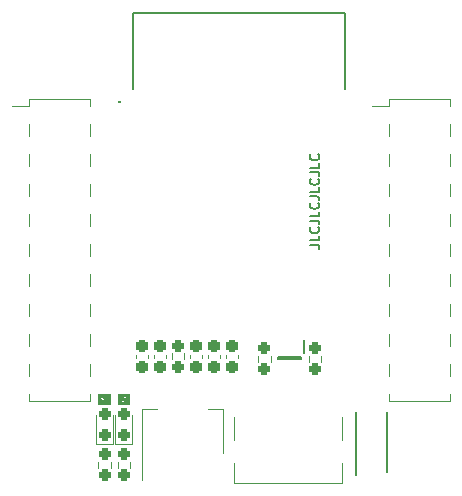
<source format=gbr>
%TF.GenerationSoftware,KiCad,Pcbnew,7.0.1*%
%TF.CreationDate,2023-09-07T21:54:10+09:00*%
%TF.ProjectId,CPU_ESP32S3WROOM,4350555f-4553-4503-9332-533357524f4f,rev?*%
%TF.SameCoordinates,Original*%
%TF.FileFunction,Legend,Top*%
%TF.FilePolarity,Positive*%
%FSLAX46Y46*%
G04 Gerber Fmt 4.6, Leading zero omitted, Abs format (unit mm)*
G04 Created by KiCad (PCBNEW 7.0.1) date 2023-09-07 21:54:10*
%MOMM*%
%LPD*%
G01*
G04 APERTURE LIST*
G04 Aperture macros list*
%AMRoundRect*
0 Rectangle with rounded corners*
0 $1 Rounding radius*
0 $2 $3 $4 $5 $6 $7 $8 $9 X,Y pos of 4 corners*
0 Add a 4 corners polygon primitive as box body*
4,1,4,$2,$3,$4,$5,$6,$7,$8,$9,$2,$3,0*
0 Add four circle primitives for the rounded corners*
1,1,$1+$1,$2,$3*
1,1,$1+$1,$4,$5*
1,1,$1+$1,$6,$7*
1,1,$1+$1,$8,$9*
0 Add four rect primitives between the rounded corners*
20,1,$1+$1,$2,$3,$4,$5,0*
20,1,$1+$1,$4,$5,$6,$7,0*
20,1,$1+$1,$6,$7,$8,$9,0*
20,1,$1+$1,$8,$9,$2,$3,0*%
G04 Aperture macros list end*
%ADD10C,0.150000*%
%ADD11C,0.075000*%
%ADD12C,0.120000*%
%ADD13C,0.200000*%
%ADD14RoundRect,0.237500X0.237500X-0.300000X0.237500X0.300000X-0.237500X0.300000X-0.237500X-0.300000X0*%
%ADD15RoundRect,0.237500X0.237500X-0.250000X0.237500X0.250000X-0.237500X0.250000X-0.237500X-0.250000X0*%
%ADD16C,0.650000*%
%ADD17R,0.300000X1.150000*%
%ADD18O,1.000000X2.100000*%
%ADD19O,1.000000X1.600000*%
%ADD20R,3.150000X1.000000*%
%ADD21R,0.400000X1.050000*%
%ADD22R,1.500000X2.000000*%
%ADD23R,3.800000X2.000000*%
%ADD24R,1.450000X2.200000*%
%ADD25C,0.800000*%
%ADD26C,6.400000*%
%ADD27RoundRect,0.237500X0.237500X-0.287500X0.237500X0.287500X-0.237500X0.287500X-0.237500X-0.287500X0*%
%ADD28RoundRect,0.237500X-0.237500X0.250000X-0.237500X-0.250000X0.237500X-0.250000X0.237500X0.250000X0*%
%ADD29R,1.500000X0.900000*%
%ADD30R,0.900000X1.500000*%
%ADD31R,0.900000X0.900000*%
G04 APERTURE END LIST*
D10*
X150598495Y-97421238D02*
X151169923Y-97421238D01*
X151169923Y-97421238D02*
X151284209Y-97459333D01*
X151284209Y-97459333D02*
X151360400Y-97535524D01*
X151360400Y-97535524D02*
X151398495Y-97649809D01*
X151398495Y-97649809D02*
X151398495Y-97726000D01*
X151398495Y-96659333D02*
X151398495Y-97040285D01*
X151398495Y-97040285D02*
X150598495Y-97040285D01*
X151322304Y-95935523D02*
X151360400Y-95973619D01*
X151360400Y-95973619D02*
X151398495Y-96087904D01*
X151398495Y-96087904D02*
X151398495Y-96164095D01*
X151398495Y-96164095D02*
X151360400Y-96278381D01*
X151360400Y-96278381D02*
X151284209Y-96354571D01*
X151284209Y-96354571D02*
X151208019Y-96392666D01*
X151208019Y-96392666D02*
X151055638Y-96430762D01*
X151055638Y-96430762D02*
X150941352Y-96430762D01*
X150941352Y-96430762D02*
X150788971Y-96392666D01*
X150788971Y-96392666D02*
X150712780Y-96354571D01*
X150712780Y-96354571D02*
X150636590Y-96278381D01*
X150636590Y-96278381D02*
X150598495Y-96164095D01*
X150598495Y-96164095D02*
X150598495Y-96087904D01*
X150598495Y-96087904D02*
X150636590Y-95973619D01*
X150636590Y-95973619D02*
X150674685Y-95935523D01*
X150598495Y-95364095D02*
X151169923Y-95364095D01*
X151169923Y-95364095D02*
X151284209Y-95402190D01*
X151284209Y-95402190D02*
X151360400Y-95478381D01*
X151360400Y-95478381D02*
X151398495Y-95592666D01*
X151398495Y-95592666D02*
X151398495Y-95668857D01*
X151398495Y-94602190D02*
X151398495Y-94983142D01*
X151398495Y-94983142D02*
X150598495Y-94983142D01*
X151322304Y-93878380D02*
X151360400Y-93916476D01*
X151360400Y-93916476D02*
X151398495Y-94030761D01*
X151398495Y-94030761D02*
X151398495Y-94106952D01*
X151398495Y-94106952D02*
X151360400Y-94221238D01*
X151360400Y-94221238D02*
X151284209Y-94297428D01*
X151284209Y-94297428D02*
X151208019Y-94335523D01*
X151208019Y-94335523D02*
X151055638Y-94373619D01*
X151055638Y-94373619D02*
X150941352Y-94373619D01*
X150941352Y-94373619D02*
X150788971Y-94335523D01*
X150788971Y-94335523D02*
X150712780Y-94297428D01*
X150712780Y-94297428D02*
X150636590Y-94221238D01*
X150636590Y-94221238D02*
X150598495Y-94106952D01*
X150598495Y-94106952D02*
X150598495Y-94030761D01*
X150598495Y-94030761D02*
X150636590Y-93916476D01*
X150636590Y-93916476D02*
X150674685Y-93878380D01*
X150598495Y-93306952D02*
X151169923Y-93306952D01*
X151169923Y-93306952D02*
X151284209Y-93345047D01*
X151284209Y-93345047D02*
X151360400Y-93421238D01*
X151360400Y-93421238D02*
X151398495Y-93535523D01*
X151398495Y-93535523D02*
X151398495Y-93611714D01*
X151398495Y-92545047D02*
X151398495Y-92925999D01*
X151398495Y-92925999D02*
X150598495Y-92925999D01*
X151322304Y-91821237D02*
X151360400Y-91859333D01*
X151360400Y-91859333D02*
X151398495Y-91973618D01*
X151398495Y-91973618D02*
X151398495Y-92049809D01*
X151398495Y-92049809D02*
X151360400Y-92164095D01*
X151360400Y-92164095D02*
X151284209Y-92240285D01*
X151284209Y-92240285D02*
X151208019Y-92278380D01*
X151208019Y-92278380D02*
X151055638Y-92316476D01*
X151055638Y-92316476D02*
X150941352Y-92316476D01*
X150941352Y-92316476D02*
X150788971Y-92278380D01*
X150788971Y-92278380D02*
X150712780Y-92240285D01*
X150712780Y-92240285D02*
X150636590Y-92164095D01*
X150636590Y-92164095D02*
X150598495Y-92049809D01*
X150598495Y-92049809D02*
X150598495Y-91973618D01*
X150598495Y-91973618D02*
X150636590Y-91859333D01*
X150636590Y-91859333D02*
X150674685Y-91821237D01*
X150598495Y-91249809D02*
X151169923Y-91249809D01*
X151169923Y-91249809D02*
X151284209Y-91287904D01*
X151284209Y-91287904D02*
X151360400Y-91364095D01*
X151360400Y-91364095D02*
X151398495Y-91478380D01*
X151398495Y-91478380D02*
X151398495Y-91554571D01*
X151398495Y-90487904D02*
X151398495Y-90868856D01*
X151398495Y-90868856D02*
X150598495Y-90868856D01*
X151322304Y-89764094D02*
X151360400Y-89802190D01*
X151360400Y-89802190D02*
X151398495Y-89916475D01*
X151398495Y-89916475D02*
X151398495Y-89992666D01*
X151398495Y-89992666D02*
X151360400Y-90106952D01*
X151360400Y-90106952D02*
X151284209Y-90183142D01*
X151284209Y-90183142D02*
X151208019Y-90221237D01*
X151208019Y-90221237D02*
X151055638Y-90259333D01*
X151055638Y-90259333D02*
X150941352Y-90259333D01*
X150941352Y-90259333D02*
X150788971Y-90221237D01*
X150788971Y-90221237D02*
X150712780Y-90183142D01*
X150712780Y-90183142D02*
X150636590Y-90106952D01*
X150636590Y-90106952D02*
X150598495Y-89992666D01*
X150598495Y-89992666D02*
X150598495Y-89916475D01*
X150598495Y-89916475D02*
X150636590Y-89802190D01*
X150636590Y-89802190D02*
X150674685Y-89764094D01*
D11*
G36*
X133757679Y-110965774D02*
G01*
X132702321Y-110965774D01*
X132702321Y-110356953D01*
X132922226Y-110356953D01*
X132923809Y-110362442D01*
X132923809Y-110672057D01*
X132928430Y-110687796D01*
X132945073Y-110702217D01*
X132966871Y-110705351D01*
X132986903Y-110696203D01*
X132998809Y-110677677D01*
X132998809Y-110439784D01*
X133118878Y-110544845D01*
X133118906Y-110544939D01*
X133127103Y-110552042D01*
X133131148Y-110555581D01*
X133131233Y-110555620D01*
X133135549Y-110559360D01*
X133141018Y-110560146D01*
X133146036Y-110562467D01*
X133151694Y-110561681D01*
X133157347Y-110562494D01*
X133162374Y-110560198D01*
X133167848Y-110559438D01*
X133172182Y-110555719D01*
X133177379Y-110553346D01*
X133180367Y-110548696D01*
X133184561Y-110545098D01*
X133186196Y-110539625D01*
X133189285Y-110534820D01*
X133189285Y-110529294D01*
X133190868Y-110523998D01*
X133189285Y-110518509D01*
X133189285Y-110461233D01*
X133206414Y-110426974D01*
X133221618Y-110411771D01*
X133255876Y-110394642D01*
X133357218Y-110394642D01*
X133391477Y-110411772D01*
X133406680Y-110426975D01*
X133423809Y-110461232D01*
X133423809Y-110586385D01*
X133406680Y-110620642D01*
X133383361Y-110643962D01*
X133375500Y-110658358D01*
X133377071Y-110680324D01*
X133390269Y-110697953D01*
X133410902Y-110705650D01*
X133432421Y-110700968D01*
X133460691Y-110672697D01*
X133466117Y-110669475D01*
X133470742Y-110660224D01*
X133475690Y-110651164D01*
X133475637Y-110650433D01*
X133493948Y-110613810D01*
X133498809Y-110606248D01*
X133498809Y-110598583D01*
X133500166Y-110591042D01*
X133498809Y-110587770D01*
X133498809Y-110454396D01*
X133499774Y-110445458D01*
X133496347Y-110438604D01*
X133494188Y-110431250D01*
X133491509Y-110428929D01*
X133473143Y-110392196D01*
X133471802Y-110386030D01*
X133464496Y-110378725D01*
X133457459Y-110371158D01*
X133456747Y-110370976D01*
X133443529Y-110357758D01*
X133440309Y-110352336D01*
X133431075Y-110347719D01*
X133421997Y-110342762D01*
X133421266Y-110342814D01*
X133384646Y-110324503D01*
X133377082Y-110319642D01*
X133369420Y-110319642D01*
X133361876Y-110318284D01*
X133358602Y-110319642D01*
X133249039Y-110319642D01*
X133240101Y-110318677D01*
X133233247Y-110322103D01*
X133225893Y-110324263D01*
X133223572Y-110326941D01*
X133186836Y-110345309D01*
X133180673Y-110346650D01*
X133173368Y-110353954D01*
X133165801Y-110360994D01*
X133165619Y-110361703D01*
X133152402Y-110374920D01*
X133146979Y-110378142D01*
X133142364Y-110387370D01*
X133137405Y-110396453D01*
X133137457Y-110397184D01*
X133119146Y-110433804D01*
X133114368Y-110441239D01*
X132994215Y-110336105D01*
X132994188Y-110336012D01*
X132985990Y-110328908D01*
X132981946Y-110325370D01*
X132981860Y-110325330D01*
X132977545Y-110321591D01*
X132972075Y-110320804D01*
X132967058Y-110318484D01*
X132961399Y-110319269D01*
X132955747Y-110318457D01*
X132950719Y-110320752D01*
X132945246Y-110321513D01*
X132940912Y-110325231D01*
X132935715Y-110327605D01*
X132932725Y-110332256D01*
X132928533Y-110335854D01*
X132926897Y-110341325D01*
X132923809Y-110346131D01*
X132923809Y-110351657D01*
X132922226Y-110356953D01*
X132702321Y-110356953D01*
X132702321Y-110034226D01*
X133757679Y-110034226D01*
X133757679Y-110965774D01*
G37*
G36*
X135377679Y-110965774D02*
G01*
X134322321Y-110965774D01*
X134322321Y-110620732D01*
X134542263Y-110620732D01*
X134545552Y-110630377D01*
X134548430Y-110640177D01*
X134549090Y-110640749D01*
X134549372Y-110641575D01*
X134557360Y-110647915D01*
X134565073Y-110654598D01*
X134565937Y-110654722D01*
X134566621Y-110655265D01*
X134576773Y-110656280D01*
X134586871Y-110657732D01*
X134587665Y-110657369D01*
X134808105Y-110679412D01*
X134811096Y-110681046D01*
X134818873Y-110680489D01*
X134821036Y-110680706D01*
X134824218Y-110680107D01*
X134833062Y-110679475D01*
X134834900Y-110678098D01*
X134837157Y-110677674D01*
X134843599Y-110671585D01*
X134850691Y-110666277D01*
X134851492Y-110664127D01*
X134853163Y-110662549D01*
X134855291Y-110653944D01*
X134858387Y-110645644D01*
X134857898Y-110643399D01*
X134858450Y-110641171D01*
X134855589Y-110632785D01*
X134853706Y-110624125D01*
X134852082Y-110622501D01*
X134851341Y-110620328D01*
X134844402Y-110614821D01*
X134826414Y-110596833D01*
X134809285Y-110562575D01*
X134809285Y-110461233D01*
X134826414Y-110426974D01*
X134841618Y-110411771D01*
X134875876Y-110394642D01*
X134977218Y-110394642D01*
X135011477Y-110411772D01*
X135026680Y-110426975D01*
X135043809Y-110461232D01*
X135043809Y-110562576D01*
X135026681Y-110596832D01*
X135003362Y-110620151D01*
X134995500Y-110634547D01*
X134997071Y-110656513D01*
X135010268Y-110674143D01*
X135030901Y-110681839D01*
X135052420Y-110677159D01*
X135080690Y-110648888D01*
X135086117Y-110645666D01*
X135090742Y-110636415D01*
X135095690Y-110627355D01*
X135095637Y-110626624D01*
X135113948Y-110590001D01*
X135118809Y-110582439D01*
X135118809Y-110574774D01*
X135120166Y-110567233D01*
X135118809Y-110563961D01*
X135118809Y-110454396D01*
X135119774Y-110445458D01*
X135116347Y-110438604D01*
X135114188Y-110431250D01*
X135111509Y-110428929D01*
X135093143Y-110392196D01*
X135091802Y-110386030D01*
X135084496Y-110378725D01*
X135077459Y-110371158D01*
X135076747Y-110370976D01*
X135063529Y-110357758D01*
X135060309Y-110352336D01*
X135051075Y-110347719D01*
X135041997Y-110342762D01*
X135041266Y-110342814D01*
X135004646Y-110324503D01*
X134997082Y-110319642D01*
X134989420Y-110319642D01*
X134981876Y-110318284D01*
X134978602Y-110319642D01*
X134869039Y-110319642D01*
X134860101Y-110318677D01*
X134853247Y-110322103D01*
X134845893Y-110324263D01*
X134843572Y-110326941D01*
X134806836Y-110345309D01*
X134800673Y-110346650D01*
X134793368Y-110353954D01*
X134785801Y-110360994D01*
X134785619Y-110361703D01*
X134772402Y-110374920D01*
X134766979Y-110378142D01*
X134762364Y-110387370D01*
X134757405Y-110396453D01*
X134757457Y-110397184D01*
X134739146Y-110433804D01*
X134734285Y-110441369D01*
X134734285Y-110449031D01*
X134732927Y-110456575D01*
X134734285Y-110459849D01*
X134734285Y-110569413D01*
X134733320Y-110578350D01*
X134736746Y-110585203D01*
X134738906Y-110592558D01*
X134741584Y-110594878D01*
X134742904Y-110597519D01*
X134618809Y-110585110D01*
X134618809Y-110375561D01*
X134614188Y-110359822D01*
X134597545Y-110345401D01*
X134575747Y-110342267D01*
X134555715Y-110351415D01*
X134543809Y-110369941D01*
X134543809Y-110614481D01*
X134542263Y-110620732D01*
X134322321Y-110620732D01*
X134322321Y-110034226D01*
X135377679Y-110034226D01*
X135377679Y-110965774D01*
G37*
D12*
%TO.C,C4*%
X135920000Y-107013767D02*
X135920000Y-106721233D01*
X136940000Y-107013767D02*
X136940000Y-106721233D01*
%TO.C,R2*%
X150517500Y-107302224D02*
X150517500Y-106792776D01*
X151562500Y-107302224D02*
X151562500Y-106792776D01*
%TO.C,J1*%
X144150000Y-111985000D02*
X144150000Y-113905000D01*
X144150000Y-117620000D02*
X144150000Y-115915000D01*
X153310000Y-113905000D02*
X153310000Y-111985000D01*
X153310000Y-115915000D02*
X153310000Y-117620000D01*
X153310000Y-117620000D02*
X144150000Y-117620000D01*
%TO.C,J5*%
X155845000Y-85660000D02*
X157285000Y-85660000D01*
X157285000Y-85090000D02*
X157285000Y-85660000D01*
X157285000Y-85090000D02*
X162485000Y-85090000D01*
X157285000Y-87180000D02*
X157285000Y-88200000D01*
X157285000Y-89720000D02*
X157285000Y-90740000D01*
X157285000Y-92260000D02*
X157285000Y-93280000D01*
X157285000Y-94800000D02*
X157285000Y-95820000D01*
X157285000Y-97340000D02*
X157285000Y-98360000D01*
X157285000Y-99880000D02*
X157285000Y-100900000D01*
X157285000Y-102420000D02*
X157285000Y-103440000D01*
X157285000Y-104960000D02*
X157285000Y-105980000D01*
X157285000Y-107500000D02*
X157285000Y-108520000D01*
X157285000Y-110040000D02*
X157285000Y-110610000D01*
X157285000Y-110610000D02*
X162485000Y-110610000D01*
X162485000Y-85090000D02*
X162485000Y-85660000D01*
X162485000Y-87180000D02*
X162485000Y-88200000D01*
X162485000Y-89720000D02*
X162485000Y-90740000D01*
X162485000Y-92260000D02*
X162485000Y-93280000D01*
X162485000Y-94800000D02*
X162485000Y-95820000D01*
X162485000Y-97340000D02*
X162485000Y-98360000D01*
X162485000Y-99880000D02*
X162485000Y-100900000D01*
X162485000Y-102420000D02*
X162485000Y-103440000D01*
X162485000Y-104960000D02*
X162485000Y-105980000D01*
X162485000Y-107500000D02*
X162485000Y-108520000D01*
X162485000Y-110040000D02*
X162485000Y-110610000D01*
D13*
%TO.C,IC2*%
X150100000Y-105495000D02*
X150100000Y-106545000D01*
X149900000Y-106895000D02*
X149900000Y-107045000D01*
X147900000Y-106895000D02*
X149900000Y-106895000D01*
X149900000Y-107045000D02*
X147900000Y-107045000D01*
X147900000Y-107045000D02*
X147900000Y-106895000D01*
D12*
%TO.C,U1*%
X136400000Y-117290000D02*
X136400000Y-111280000D01*
X143220000Y-115040000D02*
X143220000Y-111280000D01*
X136400000Y-111280000D02*
X137660000Y-111280000D01*
X143220000Y-111280000D02*
X141960000Y-111280000D01*
D13*
%TO.C,D1*%
X157100000Y-116640000D02*
X157100000Y-111600000D01*
X154500000Y-111600000D02*
X154500000Y-116895000D01*
D12*
%TO.C,C3*%
X141960000Y-107008767D02*
X141960000Y-106716233D01*
X142980000Y-107008767D02*
X142980000Y-106716233D01*
%TO.C,D3*%
X134115000Y-114285000D02*
X135585000Y-114285000D01*
X135585000Y-114285000D02*
X135585000Y-111825000D01*
X134115000Y-111825000D02*
X134115000Y-114285000D01*
%TO.C,R4*%
X133752500Y-115767776D02*
X133752500Y-116277224D01*
X132707500Y-115767776D02*
X132707500Y-116277224D01*
%TO.C,R5*%
X135372500Y-115762776D02*
X135372500Y-116272224D01*
X134327500Y-115762776D02*
X134327500Y-116272224D01*
%TO.C,C2*%
X140450000Y-107013767D02*
X140450000Y-106721233D01*
X141470000Y-107013767D02*
X141470000Y-106721233D01*
%TO.C,C5*%
X143470000Y-107013767D02*
X143470000Y-106721233D01*
X144490000Y-107013767D02*
X144490000Y-106721233D01*
%TO.C,R3*%
X146237500Y-107302224D02*
X146237500Y-106792776D01*
X147282500Y-107302224D02*
X147282500Y-106792776D01*
%TO.C,D2*%
X132495000Y-114287500D02*
X133965000Y-114287500D01*
X133965000Y-114287500D02*
X133965000Y-111827500D01*
X132495000Y-111827500D02*
X132495000Y-114287500D01*
%TO.C,J3*%
X125365000Y-85660000D02*
X126805000Y-85660000D01*
X126805000Y-85090000D02*
X126805000Y-85660000D01*
X126805000Y-85090000D02*
X132005000Y-85090000D01*
X126805000Y-87180000D02*
X126805000Y-88200000D01*
X126805000Y-89720000D02*
X126805000Y-90740000D01*
X126805000Y-92260000D02*
X126805000Y-93280000D01*
X126805000Y-94800000D02*
X126805000Y-95820000D01*
X126805000Y-97340000D02*
X126805000Y-98360000D01*
X126805000Y-99880000D02*
X126805000Y-100900000D01*
X126805000Y-102420000D02*
X126805000Y-103440000D01*
X126805000Y-104960000D02*
X126805000Y-105980000D01*
X126805000Y-107500000D02*
X126805000Y-108520000D01*
X126805000Y-110040000D02*
X126805000Y-110610000D01*
X126805000Y-110610000D02*
X132005000Y-110610000D01*
X132005000Y-85090000D02*
X132005000Y-85660000D01*
X132005000Y-87180000D02*
X132005000Y-88200000D01*
X132005000Y-89720000D02*
X132005000Y-90740000D01*
X132005000Y-92260000D02*
X132005000Y-93280000D01*
X132005000Y-94800000D02*
X132005000Y-95820000D01*
X132005000Y-97340000D02*
X132005000Y-98360000D01*
X132005000Y-99880000D02*
X132005000Y-100900000D01*
X132005000Y-102420000D02*
X132005000Y-103440000D01*
X132005000Y-104960000D02*
X132005000Y-105980000D01*
X132005000Y-107500000D02*
X132005000Y-108520000D01*
X132005000Y-110040000D02*
X132005000Y-110610000D01*
D13*
%TO.C,IC1*%
X134420000Y-85280000D02*
X134420000Y-85280000D01*
X134420000Y-85280000D02*
X134420000Y-85280000D01*
X134520000Y-85280000D02*
X134520000Y-85280000D01*
X135620000Y-77790000D02*
X153620000Y-77790000D01*
X135620000Y-84240000D02*
X135620000Y-77790000D01*
X153620000Y-77790000D02*
X153620000Y-84240000D01*
X134520000Y-85280000D02*
G75*
G03*
X134420000Y-85280000I-50000J0D01*
G01*
X134420000Y-85280000D02*
G75*
G03*
X134520000Y-85280000I50000J0D01*
G01*
X134420000Y-85280000D02*
G75*
G03*
X134520000Y-85280000I50000J0D01*
G01*
D12*
%TO.C,C1*%
X137430000Y-107023767D02*
X137430000Y-106731233D01*
X138450000Y-107023767D02*
X138450000Y-106731233D01*
%TO.C,R1*%
X138927500Y-107122224D02*
X138927500Y-106612776D01*
X139972500Y-107122224D02*
X139972500Y-106612776D01*
%TD*%
%LPC*%
D14*
%TO.C,C4*%
X136430000Y-107730000D03*
X136430000Y-106005000D03*
%TD*%
D15*
%TO.C,R2*%
X151040000Y-107960000D03*
X151040000Y-106135000D03*
%TD*%
D16*
%TO.C,J1*%
X145840000Y-111230000D03*
X151620000Y-111230000D03*
D17*
X145380000Y-110165000D03*
X146180000Y-110165000D03*
X147480000Y-110165000D03*
X148480000Y-110165000D03*
X148980000Y-110165000D03*
X149980000Y-110165000D03*
X151280000Y-110165000D03*
X152080000Y-110165000D03*
X151780000Y-110165000D03*
X150980000Y-110165000D03*
X150480000Y-110165000D03*
X149480000Y-110165000D03*
X147980000Y-110165000D03*
X146980000Y-110165000D03*
X146480000Y-110165000D03*
X145680000Y-110165000D03*
D18*
X144410000Y-110730000D03*
D19*
X144410000Y-114910000D03*
D18*
X153050000Y-110730000D03*
D19*
X153050000Y-114910000D03*
%TD*%
D20*
%TO.C,J5*%
X157360000Y-86420000D03*
X162410000Y-86420000D03*
X157360000Y-88960000D03*
X162410000Y-88960000D03*
X157360000Y-91500000D03*
X162410000Y-91500000D03*
X157360000Y-94040000D03*
X162410000Y-94040000D03*
X157360000Y-96580000D03*
X162410000Y-96580000D03*
X157360000Y-99120000D03*
X162410000Y-99120000D03*
X157360000Y-101660000D03*
X162410000Y-101660000D03*
X157360000Y-104200000D03*
X162410000Y-104200000D03*
X157360000Y-106740000D03*
X162410000Y-106740000D03*
X157360000Y-109280000D03*
X162410000Y-109280000D03*
%TD*%
D21*
%TO.C,IC2*%
X149550000Y-106020000D03*
X148900000Y-106020000D03*
X148250000Y-106020000D03*
X148250000Y-107920000D03*
X148900000Y-107920000D03*
X149550000Y-107920000D03*
%TD*%
D22*
%TO.C,U1*%
X137510000Y-116340000D03*
X139810000Y-116340000D03*
D23*
X139810000Y-110040000D03*
D22*
X142110000Y-116340000D03*
%TD*%
D24*
%TO.C,D1*%
X155800000Y-116170000D03*
X155800000Y-112070000D03*
%TD*%
D25*
%TO.C,H2*%
X158795000Y-114400000D03*
X159497944Y-112702944D03*
X159497944Y-116097056D03*
X161195000Y-112000000D03*
D26*
X161195000Y-114400000D03*
D25*
X161195000Y-116800000D03*
X162892056Y-112702944D03*
X162892056Y-116097056D03*
X163595000Y-114400000D03*
%TD*%
D14*
%TO.C,C3*%
X142470000Y-107725000D03*
X142470000Y-106000000D03*
%TD*%
D25*
%TO.C,H4*%
X125695000Y-114400000D03*
X126397944Y-112702944D03*
X126397944Y-116097056D03*
X128095000Y-112000000D03*
D26*
X128095000Y-114400000D03*
D25*
X128095000Y-116800000D03*
X129792056Y-112702944D03*
X129792056Y-116097056D03*
X130495000Y-114400000D03*
%TD*%
%TO.C,H3*%
X125695000Y-81300000D03*
X126397944Y-79602944D03*
X126397944Y-82997056D03*
X128095000Y-78900000D03*
D26*
X128095000Y-81300000D03*
D25*
X128095000Y-83700000D03*
X129792056Y-79602944D03*
X129792056Y-82997056D03*
X130495000Y-81300000D03*
%TD*%
D27*
%TO.C,D3*%
X134850000Y-113500000D03*
X134850000Y-111750000D03*
%TD*%
D28*
%TO.C,R4*%
X133230000Y-115110000D03*
X133230000Y-116935000D03*
%TD*%
%TO.C,R5*%
X134850000Y-115105000D03*
X134850000Y-116930000D03*
%TD*%
D14*
%TO.C,C2*%
X140960000Y-107730000D03*
X140960000Y-106005000D03*
%TD*%
D25*
%TO.C,H1*%
X158795000Y-81300000D03*
X159497944Y-79602944D03*
X159497944Y-82997056D03*
X161195000Y-78900000D03*
D26*
X161195000Y-81300000D03*
D25*
X161195000Y-83700000D03*
X162892056Y-79602944D03*
X162892056Y-82997056D03*
X163595000Y-81300000D03*
%TD*%
D14*
%TO.C,C5*%
X143980000Y-107730000D03*
X143980000Y-106005000D03*
%TD*%
D15*
%TO.C,R3*%
X146760000Y-107960000D03*
X146760000Y-106135000D03*
%TD*%
D27*
%TO.C,D2*%
X133230000Y-113502500D03*
X133230000Y-111752500D03*
%TD*%
D20*
%TO.C,J3*%
X126880000Y-86420000D03*
X131930000Y-86420000D03*
X126880000Y-88960000D03*
X131930000Y-88960000D03*
X126880000Y-91500000D03*
X131930000Y-91500000D03*
X126880000Y-94040000D03*
X131930000Y-94040000D03*
X126880000Y-96580000D03*
X131930000Y-96580000D03*
X126880000Y-99120000D03*
X131930000Y-99120000D03*
X126880000Y-101660000D03*
X131930000Y-101660000D03*
X126880000Y-104200000D03*
X131930000Y-104200000D03*
X126880000Y-106740000D03*
X131930000Y-106740000D03*
X126880000Y-109280000D03*
X131930000Y-109280000D03*
%TD*%
D29*
%TO.C,IC1*%
X135870000Y-85280000D03*
X135870000Y-86550000D03*
X135870000Y-87820000D03*
X135870000Y-89090000D03*
X135870000Y-90360000D03*
X135870000Y-91630000D03*
X135870000Y-92900000D03*
X135870000Y-94170000D03*
X135870000Y-95440000D03*
X135870000Y-96710000D03*
X135870000Y-97980000D03*
X135870000Y-99250000D03*
X135870000Y-100520000D03*
X135870000Y-101790000D03*
D30*
X137635000Y-103040000D03*
X138905000Y-103040000D03*
X140175000Y-103040000D03*
X141445000Y-103040000D03*
X142715000Y-103040000D03*
X143985000Y-103040000D03*
X145255000Y-103040000D03*
X146525000Y-103040000D03*
X147795000Y-103040000D03*
X149065000Y-103040000D03*
X150335000Y-103040000D03*
X151605000Y-103040000D03*
D29*
X153370000Y-101790000D03*
X153370000Y-100520000D03*
X153370000Y-99250000D03*
X153370000Y-97980000D03*
X153370000Y-96710000D03*
X153370000Y-95440000D03*
X153370000Y-94170000D03*
X153370000Y-92900000D03*
X153370000Y-91630000D03*
X153370000Y-90360000D03*
X153370000Y-89090000D03*
X153370000Y-87820000D03*
X153370000Y-86550000D03*
X153370000Y-85280000D03*
D31*
X143120000Y-93000000D03*
X143120000Y-91600000D03*
X141720000Y-91600000D03*
X141720000Y-93000000D03*
X141720000Y-94400000D03*
X143120000Y-94400000D03*
X144520000Y-94400000D03*
X144520000Y-93000000D03*
X144520000Y-91600000D03*
%TD*%
D14*
%TO.C,C1*%
X137940000Y-107740000D03*
X137940000Y-106015000D03*
%TD*%
D15*
%TO.C,R1*%
X139450000Y-107780000D03*
X139450000Y-105955000D03*
%TD*%
M02*

</source>
